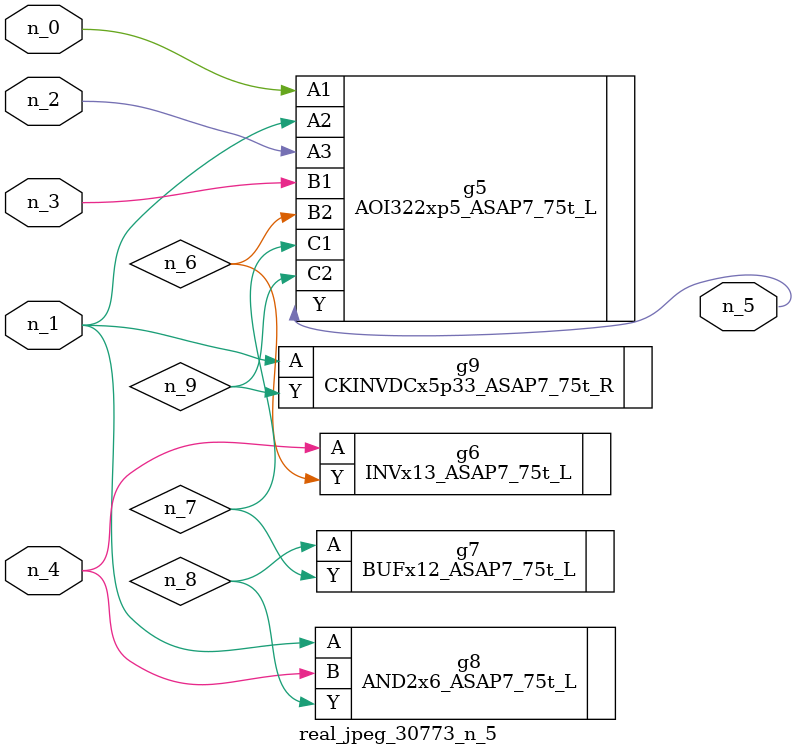
<source format=v>
module real_jpeg_30773_n_5 (n_4, n_0, n_1, n_2, n_3, n_5);

input n_4;
input n_0;
input n_1;
input n_2;
input n_3;

output n_5;

wire n_8;
wire n_6;
wire n_7;
wire n_9;

AOI322xp5_ASAP7_75t_L g5 ( 
.A1(n_0),
.A2(n_1),
.A3(n_2),
.B1(n_3),
.B2(n_6),
.C1(n_7),
.C2(n_9),
.Y(n_5)
);

AND2x6_ASAP7_75t_L g8 ( 
.A(n_1),
.B(n_4),
.Y(n_8)
);

CKINVDCx5p33_ASAP7_75t_R g9 ( 
.A(n_1),
.Y(n_9)
);

INVx13_ASAP7_75t_L g6 ( 
.A(n_4),
.Y(n_6)
);

BUFx12_ASAP7_75t_L g7 ( 
.A(n_8),
.Y(n_7)
);


endmodule
</source>
